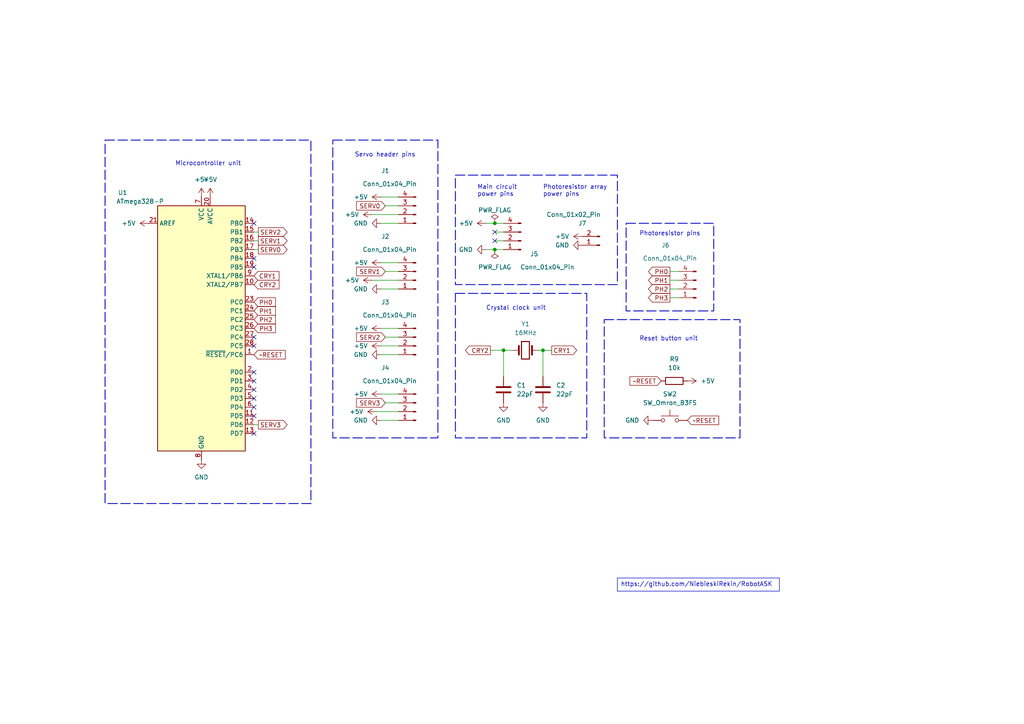
<source format=kicad_sch>
(kicad_sch (version 20230121) (generator eeschema)
  (paper "A4")
  (title_block (title "Piano Tiles Robot") (date "2024-03-20") (rev "v1"))
  (lib_symbols
    (symbol "Connector:Conn_01x02_Pin" (pin_names (offset 1.016) hide)
      (property "Reference" "J" (at 0 2.54 0))
      (property "Value" "Conn_01x02_Pin" (at 0 -5.08 0))
      (symbol "Conn_01x02_Pin_1_1"
        (polyline (pts (xy 1.27 -2.54) (xy 0.8636 -2.54)) (stroke (width 0.1524)))
        (polyline (pts (xy 1.27 0) (xy 0.8636 0)) (stroke (width 0.1524)))
        (rectangle (start 0.8636 -2.413) (end 0 -2.667) (stroke (width 0.1524)) (fill (type outline)))
        (rectangle (start 0.8636 0.127) (end 0 -0.127) (stroke (width 0.1524)) (fill (type outline)))
        (pin passive line (at 5.08 0 180) (length 3.81) (name "Pin_1") (number "1"))
        (pin passive line (at 5.08 -2.54 180) (length 3.81) (name "Pin_2") (number "2"))
      )
    )
    (symbol "Connector:Conn_01x04_Pin" (pin_names (offset 1.016) hide)
      (property "Reference" "J" (at 0 5.08 0))
      (property "Value" "Conn_01x04_Pin" (at 0 -7.62 0))
      (symbol "Conn_01x04_Pin_1_1"
        (polyline (pts (xy 1.27 -5.08) (xy 0.8636 -5.08)) (stroke (width 0.1524)))
        (polyline (pts (xy 1.27 -2.54) (xy 0.8636 -2.54)) (stroke (width 0.1524)))
        (polyline (pts (xy 1.27 0) (xy 0.8636 0)) (stroke (width 0.1524)))
        (polyline (pts (xy 1.27 2.54) (xy 0.8636 2.54)) (stroke (width 0.1524)))
        (rectangle (start 0.8636 -4.953) (end 0 -5.207) (stroke (width 0.1524)) (fill (type outline)))
        (rectangle (start 0.8636 -2.413) (end 0 -2.667) (stroke (width 0.1524)) (fill (type outline)))
        (rectangle (start 0.8636 0.127) (end 0 -0.127) (stroke (width 0.1524)) (fill (type outline)))
        (rectangle (start 0.8636 2.667) (end 0 2.413) (stroke (width 0.1524)) (fill (type outline)))
        (pin passive line (at 5.08 2.54 180) (length 3.81) (name "Pin_1") (number "1"))
        (pin passive line (at 5.08 0 180) (length 3.81) (name "Pin_2") (number "2"))
        (pin passive line (at 5.08 -2.54 180) (length 3.81) (name "Pin_3") (number "3"))
        (pin passive line (at 5.08 -5.08 180) (length 3.81) (name "Pin_4") (number "4"))
      )
    )
    (symbol "Device:C" (pin_numbers hide) (pin_names (offset 0.254))
      (property "Reference" "C" (at 0.635 2.54 0))
      (property "Value" "C" (at 0.635 -2.54 0))
      (symbol "C_0_1"
        (polyline (pts (xy -2.032 -0.762) (xy 2.032 -0.762)) (stroke (width 0.508)))
        (polyline (pts (xy -2.032 0.762) (xy 2.032 0.762)) (stroke (width 0.508)))
      )
      (symbol "C_1_1"
        (pin passive line (at 0 3.81 270) (length 2.794) (name "~") (number "1"))
        (pin passive line (at 0 -3.81 90) (length 2.794) (name "~") (number "2"))
      )
    )
    (symbol "Device:Crystal" (pin_numbers hide) (pin_names (offset 1.016) hide)
      (property "Reference" "Y" (at 0 3.81 0))
      (property "Value" "Crystal" (at 0 -3.81 0))
      (symbol "Crystal_0_1"
        (rectangle (start -1.143 2.54) (end 1.143 -2.54) (stroke (width 0.3048)))
        (polyline (pts (xy -2.54 0) (xy -1.905 0)))
        (polyline (pts (xy -1.905 -1.27) (xy -1.905 1.27)) (stroke (width 0.508)))
        (polyline (pts (xy 1.905 -1.27) (xy 1.905 1.27)) (stroke (width 0.508)))
        (polyline (pts (xy 2.54 0) (xy 1.905 0)))
      )
      (symbol "Crystal_1_1"
        (pin passive line (at -3.81 0 0) (length 1.27) (name "1") (number "1"))
        (pin passive line (at 3.81 0 180) (length 1.27) (name "2") (number "2"))
      )
    )
    (symbol "Device:R" (pin_numbers hide) (pin_names (offset 0))
      (property "Reference" "R" (at 2.032 0 90))
      (property "Value" "R" (at 0 0 90))
      (symbol "R_0_1"
        (rectangle (start -1.016 -2.54) (end 1.016 2.54) (stroke (width 0.254)))
      )
      (symbol "R_1_1"
        (pin passive line (at 0 3.81 270) (length 1.27) (name "~") (number "1"))
        (pin passive line (at 0 -3.81 90) (length 1.27) (name "~") (number "2"))
      )
    )
    (symbol "MCU_Microchip_ATmega:ATmega328-P"
      (property "Reference" "U" (at -12.7 36.83 0))
      (property "Value" "ATmega328-P" (at 2.54 -36.83 0))
      (symbol "ATmega328-P_0_1"
        (rectangle (start -12.7 -35.56) (end 12.7 35.56) (stroke (width 0.254)) (fill (type background)))
      )
      (symbol "ATmega328-P_1_1"
        (pin bidirectional line (at 15.24 -7.62 180) (length 2.54) (name "~{RESET}/PC6") (number "1"))
        (pin bidirectional line (at 15.24 12.7 180) (length 2.54) (name "XTAL2/PB7") (number "10"))
        (pin bidirectional line (at 15.24 -25.4 180) (length 2.54) (name "PD5") (number "11"))
        (pin bidirectional line (at 15.24 -27.94 180) (length 2.54) (name "PD6") (number "12"))
        (pin bidirectional line (at 15.24 -30.48 180) (length 2.54) (name "PD7") (number "13"))
        (pin bidirectional line (at 15.24 30.48 180) (length 2.54) (name "PB0") (number "14"))
        (pin bidirectional line (at 15.24 27.94 180) (length 2.54) (name "PB1") (number "15"))
        (pin bidirectional line (at 15.24 25.4 180) (length 2.54) (name "PB2") (number "16"))
        (pin bidirectional line (at 15.24 22.86 180) (length 2.54) (name "PB3") (number "17"))
        (pin bidirectional line (at 15.24 20.32 180) (length 2.54) (name "PB4") (number "18"))
        (pin bidirectional line (at 15.24 17.78 180) (length 2.54) (name "PB5") (number "19"))
        (pin bidirectional line (at 15.24 -12.7 180) (length 2.54) (name "PD0") (number "2"))
        (pin power_in line (at 2.54 38.1 270) (length 2.54) (name "AVCC") (number "20"))
        (pin passive line (at -15.24 30.48 0) (length 2.54) (name "AREF") (number "21"))
        (pin passive line (at 0 -38.1 90) (length 2.54) hide (name "GND") (number "22"))
        (pin bidirectional line (at 15.24 7.62 180) (length 2.54) (name "PC0") (number "23"))
        (pin bidirectional line (at 15.24 5.08 180) (length 2.54) (name "PC1") (number "24"))
        (pin bidirectional line (at 15.24 2.54 180) (length 2.54) (name "PC2") (number "25"))
        (pin bidirectional line (at 15.24 0 180) (length 2.54) (name "PC3") (number "26"))
        (pin bidirectional line (at 15.24 -2.54 180) (length 2.54) (name "PC4") (number "27"))
        (pin bidirectional line (at 15.24 -5.08 180) (length 2.54) (name "PC5") (number "28"))
        (pin bidirectional line (at 15.24 -15.24 180) (length 2.54) (name "PD1") (number "3"))
        (pin bidirectional line (at 15.24 -17.78 180) (length 2.54) (name "PD2") (number "4"))
        (pin bidirectional line (at 15.24 -20.32 180) (length 2.54) (name "PD3") (number "5"))
        (pin bidirectional line (at 15.24 -22.86 180) (length 2.54) (name "PD4") (number "6"))
        (pin power_in line (at 0 38.1 270) (length 2.54) (name "VCC") (number "7"))
        (pin power_in line (at 0 -38.1 90) (length 2.54) (name "GND") (number "8"))
        (pin bidirectional line (at 15.24 15.24 180) (length 2.54) (name "XTAL1/PB6") (number "9"))
      )
    )
    (symbol "Switch:SW_Omron_B3FS" (pin_numbers hide) (pin_names (offset 1.016) hide)
      (property "Reference" "SW" (at 1.27 2.54 0))
      (property "Value" "SW_Omron_B3FS" (at 0 -1.524 0))
      (symbol "SW_Omron_B3FS_0_1"
        (circle (center -2.032 0) (radius 0.508))
        (polyline (pts (xy 0 1.27) (xy 0 3.048)))
        (polyline (pts (xy 2.54 1.27) (xy -2.54 1.27)))
        (circle (center 2.032 0) (radius 0.508))
        (pin passive line (at -5.08 0 0) (length 2.54) (name "1") (number "1"))
        (pin passive line (at 5.08 0 180) (length 2.54) (name "2") (number "2"))
      )
    )
    (symbol "power:+5V" (power) (pin_names (offset 0))
      (property "Value" "+5V" (at 0 3.556 0))
      (symbol "+5V_0_1"
        (polyline (pts (xy -0.762 1.27) (xy 0 2.54)))
        (polyline (pts (xy 0 0) (xy 0 2.54)))
        (polyline (pts (xy 0 2.54) (xy 0.762 1.27)))
      )
      (symbol "+5V_1_1"
        (pin power_in line (at 0 0 90) (length 0) hide (name "+5V") (number "1"))
      )
    )
    (symbol "power:GND" (power) (pin_names (offset 0))
      (property "Value" "GND" (at 0 -3.81 0))
      (symbol "GND_0_1"
        (polyline (pts (xy 0 0) (xy 0 -1.27) (xy 1.27 -1.27) (xy 0 -2.54) (xy -1.27 -1.27) (xy 0 -1.27)))
      )
      (symbol "GND_1_1"
        (pin power_in line (at 0 0 270) (length 0) hide (name "GND") (number "1"))
      )
    )
    (symbol "power:PWR_FLAG" (power) (pin_numbers hide) (pin_names (offset 0) hide)
      (property "Value" "PWR_FLAG" (at 0 3.81 0))
      (symbol "PWR_FLAG_0_0"
        (pin power_out line (at 0 0 90) (length 0) (name "pwr") (number "1"))
      )
      (symbol "PWR_FLAG_0_1"
        (polyline (pts (xy 0 0) (xy 0 1.27) (xy -1.016 1.905) (xy 0 2.54) (xy 1.016 1.905) (xy 0 1.27)))
      )
    )
  )
  (junction (at 157.48 101.6))
  (junction (at 143.51 64.77))
  (junction (at 143.51 72.39))
  (junction (at 146.05 101.6))
  (no_connect (at 73.66 110.49))
  (no_connect (at 73.66 113.03))
  (no_connect (at 73.66 120.65))
  (no_connect (at 73.66 118.11))
  (no_connect (at 143.51 69.85))
  (no_connect (at 73.66 74.93))
  (no_connect (at 73.66 115.57))
  (no_connect (at 73.66 125.73))
  (no_connect (at 73.66 100.33))
  (no_connect (at 143.51 67.31))
  (no_connect (at 73.66 64.77))
  (no_connect (at 73.66 97.79))
  (no_connect (at 73.66 107.95))
  (no_connect (at 73.66 77.47))
  (wire (pts (xy 140.97 72.39) (xy 143.51 72.39)))
  (wire (pts (xy 73.66 67.31) (xy 74.93 67.31)))
  (wire (pts (xy 110.49 114.3) (xy 115.57 114.3)))
  (wire (pts (xy 146.05 101.6) (xy 148.59 101.6)))
  (wire (pts (xy 157.48 101.6) (xy 157.48 109.22)))
  (wire (pts (xy 73.66 69.85) (xy 74.93 69.85)))
  (wire (pts (xy 110.49 83.82) (xy 115.57 83.82)))
  (wire (pts (xy 111.76 97.79) (xy 115.57 97.79)))
  (wire (pts (xy 194.31 86.36) (xy 196.85 86.36)))
  (wire (pts (xy 111.76 59.69) (xy 115.57 59.69)))
  (wire (pts (xy 143.51 72.39) (xy 146.05 72.39)))
  (wire (pts (xy 111.76 116.84) (xy 115.57 116.84)))
  (wire (pts (xy 74.93 72.39) (xy 73.66 72.39)))
  (wire (pts (xy 194.31 78.74) (xy 196.85 78.74)))
  (wire (pts (xy 143.51 69.85) (xy 146.05 69.85)))
  (wire (pts (xy 146.05 101.6) (xy 146.05 109.22)))
  (wire (pts (xy 140.97 64.77) (xy 143.51 64.77)))
  (wire (pts (xy 110.49 102.87) (xy 115.57 102.87)))
  (wire (pts (xy 107.95 62.23) (xy 115.57 62.23)))
  (wire (pts (xy 110.49 95.25) (xy 115.57 95.25)))
  (wire (pts (xy 142.24 101.6) (xy 146.05 101.6)))
  (wire (pts (xy 73.66 123.19) (xy 74.93 123.19)))
  (wire (pts (xy 194.31 83.82) (xy 196.85 83.82)))
  (wire (pts (xy 110.49 76.2) (xy 115.57 76.2)))
  (wire (pts (xy 107.95 81.28) (xy 115.57 81.28)))
  (wire (pts (xy 143.51 67.31) (xy 146.05 67.31)))
  (wire (pts (xy 110.49 121.92) (xy 115.57 121.92)))
  (wire (pts (xy 110.49 100.33) (xy 115.57 100.33)))
  (wire (pts (xy 109.22 119.38) (xy 115.57 119.38)))
  (wire (pts (xy 143.51 64.77) (xy 146.05 64.77)))
  (wire (pts (xy 194.31 81.28) (xy 196.85 81.28)))
  (wire (pts (xy 111.76 78.74) (xy 115.57 78.74)))
  (wire (pts (xy 157.48 101.6) (xy 156.21 101.6)))
  (wire (pts (xy 110.49 64.77) (xy 115.57 64.77)))
  (wire (pts (xy 160.02 101.6) (xy 157.48 101.6)))
  (wire (pts (xy 110.49 57.15) (xy 115.57 57.15)))
  (rectangle (start 132.08 50.8) (end 179.07 82.55) (stroke (width 0.25) (type dash)))
  (rectangle (start 181.61 64.77) (end 207.01 90.17) (stroke (width 0.25) (type dash)))
  (rectangle (start 96.52 40.64) (end 127 127) (stroke (width 0.25) (type dash)))
  (rectangle (start 30.48 40.64) (end 90.17 146.05) (stroke (width 0.25) (type dash)))
  (rectangle (start 175.26 92.71) (end 214.63 127) (stroke (width 0.25) (type dash)))
  (rectangle (start 132.08 85.09) (end 170.18 127) (stroke (width 0.25) (type dash)))
  (text_box "https://github.com/NiebieskiRekin/RobotASK" (at 179.07 167.64 0) (size 46.99 3.81) (effects (font (size 1.27 1.27)) (justify left top)))
  (text "Photoresistor pins" (at 185.42 68.58 0) (effects (font (size 1.27 1.27)) (justify left bottom)))
  (text "Microcontroller unit" (at 50.8 48.26 0) (effects (font (size 1.27 1.27)) (justify left bottom)))
  (text "Crystal clock unit" (at 140.97 90.17 0) (effects (font (size 1.27 1.27)) (justify left bottom)))
  (text "Reset button unit" (at 185.42 99.06 0) (effects (font (size 1.27 1.27)) (justify left bottom)))
  (text "Main circuit\npower pins" (at 138.43 57.15 0) (effects (font (size 1.27 1.27)) (justify left bottom)))
  (text "Photoresistor array\npower pins" (at 157.48 57.15 0) (effects (font (size 1.27 1.27)) (justify left bottom)))
  (text "Servo header pins" (at 102.87 45.72 0) (effects (font (size 1.27 1.27)) (justify left bottom)))
  (global_label "SERV1" (shape output) (at 74.93 69.85 0) (property "Intersheetrefs" "${INTERSHEET_REFS}" (effects hide)))
  (global_label "~RESET" (shape input) (at 199.39 121.92 0) (property "Intersheetrefs" "${INTERSHEET_REFS}" (effects hide)))
  (global_label "PH3" (shape output) (at 194.31 86.36 180) (property "Intersheetrefs" "${INTERSHEET_REFS}" (effects hide)))
  (global_label "SERV2" (shape output) (at 74.93 67.31 0) (property "Intersheetrefs" "${INTERSHEET_REFS}" (effects hide)))
  (global_label "SERV0" (shape output) (at 74.93 72.39 0) (property "Intersheetrefs" "${INTERSHEET_REFS}" (effects hide)))
  (global_label "SERV3" (shape input) (at 111.76 116.84 180) (property "Intersheetrefs" "${INTERSHEET_REFS}" (effects hide)))
  (global_label "SERV2" (shape input) (at 111.76 97.79 180) (property "Intersheetrefs" "${INTERSHEET_REFS}" (effects hide)))
  (global_label "SERV1" (shape input) (at 111.76 78.74 180) (property "Intersheetrefs" "${INTERSHEET_REFS}" (effects hide)))
  (global_label "~RESET" (shape input) (at 73.66 102.87 0) (property "Intersheetrefs" "${INTERSHEET_REFS}" (effects hide)))
  (global_label "SERV0" (shape input) (at 111.76 59.69 180) (property "Intersheetrefs" "${INTERSHEET_REFS}" (effects hide)))
  (global_label "CRY1" (shape output) (at 160.02 101.6 0) (property "Intersheetrefs" "${INTERSHEET_REFS}" (effects hide)))
  (global_label "SERV3" (shape output) (at 74.93 123.19 0) (property "Intersheetrefs" "${INTERSHEET_REFS}" (effects hide)))
  (global_label "PH2" (shape input) (at 73.66 92.71 0) (property "Intersheetrefs" "${INTERSHEET_REFS}" (effects hide)))
  (global_label "CRY2" (shape input) (at 73.66 82.55 0) (property "Intersheetrefs" "${INTERSHEET_REFS}" (effects hide)))
  (global_label "PH0" (shape input) (at 73.66 87.63 0) (property "Intersheetrefs" "${INTERSHEET_REFS}" (effects hide)))
  (global_label "PH3" (shape input) (at 73.66 95.25 0) (property "Intersheetrefs" "${INTERSHEET_REFS}" (effects hide)))
  (global_label "PH1" (shape input) (at 73.66 90.17 0) (property "Intersheetrefs" "${INTERSHEET_REFS}" (effects hide)))
  (global_label "CRY1" (shape input) (at 73.66 80.01 0) (property "Intersheetrefs" "${INTERSHEET_REFS}" (effects hide)))
  (global_label "CRY2" (shape output) (at 142.24 101.6 180) (property "Intersheetrefs" "${INTERSHEET_REFS}" (effects hide)))
  (global_label "~RESET" (shape input) (at 191.77 110.49 180) (property "Intersheetrefs" "${INTERSHEET_REFS}" (effects hide)))
  (global_label "PH2" (shape output) (at 194.31 83.82 180) (property "Intersheetrefs" "${INTERSHEET_REFS}" (effects hide)))
  (global_label "PH1" (shape output) (at 194.31 81.28 180) (property "Intersheetrefs" "${INTERSHEET_REFS}" (effects hide)))
  (global_label "PH0" (shape output) (at 194.31 78.74 180) (property "Intersheetrefs" "${INTERSHEET_REFS}" (effects hide)))
  (symbol (lib_id "Device:C") (at 157.48 113.03 0) (unit 1)
    (property "Reference" "C2" (at 161.29 111.76 0) (effects (justify left)))
    (property "Value" "22pF" (at 161.29 114.3 0) (effects (justify left)))
    (property "Footprint" "Capacitor_THT:C_Disc_D3.8mm_W2.6mm_P2.50mm" (effects hide))
    (property "Datasheet" "https://botland.com.pl/kondensatory-ceramiczne-tht/448-kondensator-ceramiczny-22pf-50v-tht-10-szt-5904422355609.html" (effects hide))
  )
  (symbol (lib_id "power:+5V") (at 140.97 64.77 90) (unit 1)
    (property "Reference" "#PWR01" (effects hide))
    (property "Value" "+5V" (at 137.16 64.77 90) (effects (justify left)))
  )
  (symbol (lib_id "power:+5V") (at 199.39 110.49 270) (unit 1)
    (property "Reference" "#PWR023" (effects hide))
    (property "Value" "+5V" (at 203.2 110.49 90) (effects (justify left)))
  )
  (symbol (lib_id "power:GND") (at 168.91 71.12 270) (unit 1)
    (property "Reference" "#PWR024" (effects hide))
    (property "Value" "GND" (at 165.1 71.12 90) (effects (justify right)))
  )
  (symbol (lib_id "Device:R") (at 195.58 110.49 270) (unit 1)
    (property "Reference" "R9" (at 195.58 104.14 90))
    (property "Value" "10k" (at 195.58 106.68 90))
    (property "Footprint" "Resistor_THT:R_Axial_DIN0207_L6.3mm_D2.5mm_P10.16mm_Horizontal" (effects hide))
  )
  (symbol (lib_id "power:PWR_FLAG") (at 143.51 64.77 0) (unit 1)
    (property "Reference" "#FLG04" (effects hide))
    (property "Value" "PWR_FLAG" (at 143.51 60.96 0))
  )
  (symbol (lib_id "Device:C") (at 146.05 113.03 0) (unit 1)
    (property "Reference" "C1" (at 149.86 111.76 0) (effects (justify left)))
    (property "Value" "22pF" (at 149.86 114.3 0) (effects (justify left)))
    (property "Footprint" "Capacitor_THT:C_Disc_D3.8mm_W2.6mm_P2.50mm" (effects hide))
    (property "Datasheet" "https://botland.com.pl/kondensatory-ceramiczne-tht/448-kondensator-ceramiczny-22pf-50v-tht-10-szt-5904422355609.html" (effects hide))
  )
  (symbol (lib_id "power:+5V") (at 107.95 62.23 90) (unit 1)
    (property "Reference" "#PWR07" (effects hide))
    (property "Value" "+5V" (at 104.14 62.23 90) (effects (justify left)))
  )
  (symbol (lib_id "MCU_Microchip_ATmega:ATmega328-P") (at 58.42 95.25 0) (unit 1)
    (property "Reference" "U1" (at 35.56 55.88 0))
    (property "Value" "ATmega328-P" (at 40.64 58.42 0))
    (property "Footprint" "Package_DIP:DIP-28_W7.62mm" (effects hide))
    (property "Datasheet" "http://ww1.microchip.com/downloads/en/DeviceDoc/ATmega328_P%20AVR%20MCU%20with%20picoPower%20Technology%20Data%20Sheet%2040001984A.pdf" (effects hide))
  )
  (symbol (lib_id "Connector:Conn_01x04_Pin") (at 120.65 81.28 180) (unit 1)
    (property "Reference" "J2" (at 111.76 68.58 0))
    (property "Value" "Conn_01x04_Pin" (at 113.03 72.39 0))
    (property "Footprint" "Connector_PinHeader_2.54mm:PinHeader_1x04_P2.54mm_Vertical" (effects hide))
  )
  (symbol (lib_id "power:+5V") (at 110.49 95.25 90) (unit 1)
    (property "Reference" "#PWR015" (effects hide))
    (property "Value" "+5V" (at 106.68 95.25 90) (effects (justify left)))
  )
  (symbol (lib_id "power:+5V") (at 109.22 119.38 90) (unit 1)
    (property "Reference" "#PWR019" (effects hide))
    (property "Value" "+5V" (at 105.41 119.38 90) (effects (justify left)))
  )
  (symbol (lib_id "power:GND") (at 110.49 64.77 270) (unit 1)
    (property "Reference" "#PWR08" (effects hide))
    (property "Value" "GND" (at 106.68 64.77 90) (effects (justify right)))
  )
  (symbol (lib_id "power:+5V") (at 58.42 57.15 0) (unit 1)
    (property "Reference" "#PWR03" (effects hide))
    (property "Value" "+5V" (at 58.42 52.07 0))
  )
  (symbol (lib_id "Device:Crystal") (at 152.4 101.6 0) (unit 1)
    (property "Reference" "Y1" (at 152.4 93.98 0))
    (property "Value" "16MHz" (at 152.4 96.52 0))
    (property "Footprint" "Crystal:Crystal_HC49-4H_Vertical" (effects hide))
    (property "Datasheet" "https://botland.com.pl/index.php?controller=attachment&id_attachment=465" (effects hide))
  )
  (symbol (lib_id "Connector:Conn_01x04_Pin") (at 120.65 62.23 180) (unit 1)
    (property "Reference" "J1" (at 111.76 49.53 0))
    (property "Value" "Conn_01x04_Pin" (at 113.03 53.34 0))
    (property "Footprint" "Connector_PinHeader_2.54mm:PinHeader_1x04_P2.54mm_Vertical" (effects hide))
  )
  (symbol (lib_id "Connector:Conn_01x04_Pin") (at 120.65 100.33 180) (unit 1)
    (property "Reference" "J3" (at 111.76 87.63 0))
    (property "Value" "Conn_01x04_Pin" (at 113.03 91.44 0))
    (property "Footprint" "Connector_PinHeader_2.54mm:PinHeader_1x04_P2.54mm_Vertical" (effects hide))
  )
  (symbol (lib_id "Connector:Conn_01x04_Pin") (at 120.65 119.38 180) (unit 1)
    (property "Reference" "J4" (at 111.76 106.68 0))
    (property "Value" "Conn_01x04_Pin" (at 113.03 110.49 0))
    (property "Footprint" "Connector_PinHeader_2.54mm:PinHeader_1x04_P2.54mm_Vertical" (effects hide))
  )
  (symbol (lib_id "power:GND") (at 189.23 121.92 270) (unit 1)
    (property "Reference" "#PWR012" (effects hide))
    (property "Value" "GND" (at 185.42 121.92 90) (effects (justify right)))
  )
  (symbol (lib_id "power:GND") (at 110.49 102.87 270) (unit 1)
    (property "Reference" "#PWR017" (effects hide))
    (property "Value" "GND" (at 106.68 102.87 90) (effects (justify right)))
  )
  (symbol (lib_id "power:+5V") (at 43.18 64.77 90) (unit 1)
    (property "Reference" "#PWR06" (effects hide))
    (property "Value" "+5V" (at 39.37 64.77 90) (effects (justify left)))
  )
  (symbol (lib_id "power:GND") (at 58.42 133.35 0) (unit 1)
    (property "Reference" "#PWR04" (effects hide))
    (property "Value" "GND" (at 58.42 138.43 0))
  )
  (symbol (lib_id "power:GND") (at 140.97 72.39 270) (unit 1)
    (property "Reference" "#PWR02" (effects hide))
    (property "Value" "GND" (at 137.16 72.39 90) (effects (justify right)))
  )
  (symbol (lib_id "Connector:Conn_01x02_Pin") (at 173.99 71.12 180) (unit 1)
    (property "Reference" "J7" (at 168.91 64.77 0))
    (property "Value" "Conn_01x02_Pin" (at 166.37 62.23 0))
    (property "Footprint" "Connector_PinHeader_2.54mm:PinHeader_1x02_P2.54mm_Vertical" (effects hide))
  )
  (symbol (lib_id "power:PWR_FLAG") (at 143.51 72.39 180) (unit 1)
    (property "Reference" "#FLG03" (effects hide))
    (property "Value" "PWR_FLAG" (at 143.51 77.47 0))
  )
  (symbol (lib_id "Connector:Conn_01x04_Pin") (at 151.13 69.85 180) (unit 1)
    (property "Reference" "J5" (at 154.94 73.66 0))
    (property "Value" "Conn_01x04_Pin" (at 158.75 77.47 0))
    (property "Footprint" "Library:USB-C Socket Breakout Board" (effects hide))
  )
  (symbol (lib_id "power:+5V") (at 110.49 76.2 90) (unit 1)
    (property "Reference" "#PWR09" (effects hide))
    (property "Value" "+5V" (at 106.68 76.2 90) (effects (justify left)))
  )
  (symbol (lib_id "power:GND") (at 110.49 83.82 270) (unit 1)
    (property "Reference" "#PWR014" (effects hide))
    (property "Value" "GND" (at 106.68 83.82 90) (effects (justify right)))
  )
  (symbol (lib_id "power:GND") (at 110.49 121.92 270) (unit 1)
    (property "Reference" "#PWR020" (effects hide))
    (property "Value" "GND" (at 106.68 121.92 90) (effects (justify right)))
  )
  (symbol (lib_id "power:+5V") (at 107.95 81.28 90) (unit 1)
    (property "Reference" "#PWR013" (effects hide))
    (property "Value" "+5V" (at 104.14 81.28 90) (effects (justify left)))
  )
  (symbol (lib_id "power:+5V") (at 60.96 57.15 0) (unit 1)
    (property "Reference" "#PWR021" (effects hide))
    (property "Value" "+5V" (at 60.96 52.07 0))
  )
  (symbol (lib_id "power:+5V") (at 168.91 68.58 90) (unit 1)
    (property "Reference" "#PWR022" (effects hide))
    (property "Value" "+5V" (at 165.1 68.58 90) (effects (justify left)))
  )
  (symbol (lib_id "power:GND") (at 157.48 116.84 0) (unit 1)
    (property "Reference" "#PWR011" (effects hide))
    (property "Value" "GND" (at 157.48 121.92 0))
  )
  (symbol (lib_id "power:GND") (at 146.05 116.84 0) (unit 1)
    (property "Reference" "#PWR010" (effects hide))
    (property "Value" "GND" (at 146.05 121.92 0))
  )
  (symbol (lib_id "power:+5V") (at 110.49 100.33 90) (unit 1)
    (property "Reference" "#PWR016" (effects hide))
    (property "Value" "+5V" (at 106.68 100.33 90) (effects (justify left)))
  )
  (symbol (lib_id "power:+5V") (at 110.49 57.15 90) (unit 1)
    (property "Reference" "#PWR05" (effects hide))
    (property "Value" "+5V" (at 106.68 57.15 90) (effects (justify left)))
  )
  (symbol (lib_id "power:+5V") (at 110.49 114.3 90) (unit 1)
    (property "Reference" "#PWR018" (effects hide))
    (property "Value" "+5V" (at 106.68 114.3 90) (effects (justify left)))
  )
  (symbol (lib_id "Connector:Conn_01x04_Pin") (at 201.93 83.82 180) (unit 1)
    (property "Reference" "J6" (at 193.04 71.12 0))
    (property "Value" "Conn_01x04_Pin" (at 194.31 74.93 0))
    (property "Footprint" "Connector_PinHeader_2.54mm:PinHeader_1x04_P2.54mm_Vertical" (effects hide))
  )
  (symbol (lib_id "Switch:SW_Omron_B3FS") (at 194.31 121.92 0) (unit 1)
    (property "Reference" "SW2" (at 194.31 114.3 0))
    (property "Value" "SW_Omron_B3FS" (at 194.31 116.84 0))
    (property "Footprint" "Button_Switch_THT:SW_PUSH_6mm_H4.3mm" (effects hide))
    (property "Datasheet" "https://omronfs.omron.com/en_US/ecb/products/pdf/en-b3fs.pdf" (effects hide))
  )
)
</source>
